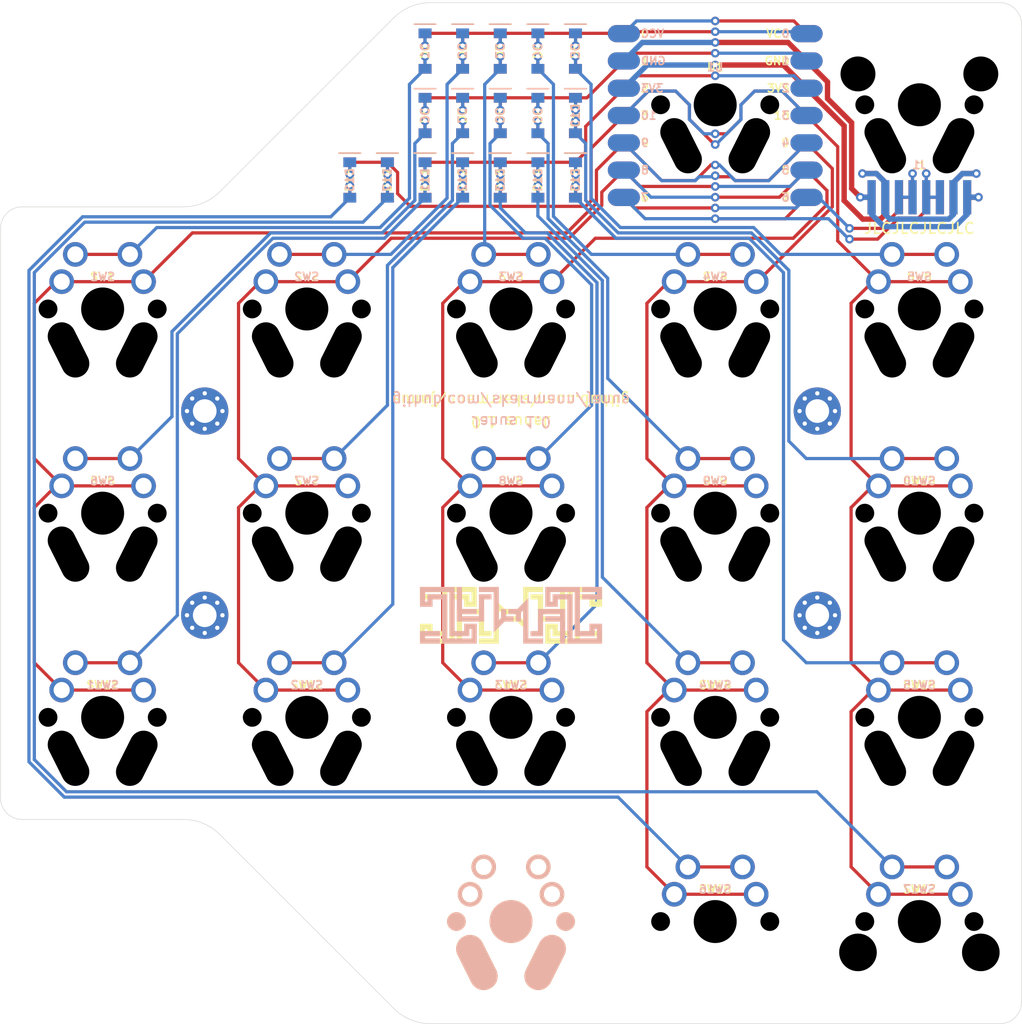
<source format=kicad_pcb>
(kicad_pcb (version 20211014) (generator pcbnew)
  (title_block (title "Janus") (date "2022-06-24") (rev "1.0") (company "skarrmann"))
  (layers (0 "F.Cu" signal) (31 "B.Cu" signal) (34 "B.Paste" user) (35 "F.Paste" user) (36 "B.SilkS" user "B.Silkscreen") (37 "F.SilkS" user "F.Silkscreen") (38 "B.Mask" user) (39 "F.Mask" user) (44 "Edge.Cuts" user))
  (net 0 "")
  (net 1 "Net-(D1-Pad2)")
  (net 2 "ROW1")
  (net 3 "Net-(D2-Pad2)")
  (net 4 "Net-(D3-Pad2)")
  (net 5 "Net-(D4-Pad2)")
  (net 6 "Net-(D5-Pad2)")
  (net 7 "Net-(D6-Pad2)")
  (net 8 "Net-(D7-Pad2)")
  (net 9 "ROW2")
  (net 10 "Net-(D8-Pad2)")
  (net 11 "Net-(D9-Pad2)")
  (net 12 "Net-(D10-Pad2)")
  (net 13 "Net-(D11-Pad2)")
  (net 14 "Net-(D12-Pad2)")
  (net 15 "Net-(D13-Pad2)")
  (net 16 "ROW3")
  (net 17 "Net-(D14-Pad2)")
  (net 18 "Net-(D15-Pad2)")
  (net 19 "Net-(D16-Pad2)")
  (net 20 "Net-(D17-Pad2)")
  (net 23 "ROW4")
  (net 26 "VCC")
  (net 27 "unconnected-(U1-Pad14)")
  (net 28 "GND")
  (net 29 "COL1")
  (net 30 "COL2")
  (net 31 "COL3")
  (net 32 "COL4")
  (net 33 "COL5")
  (net 34 "TX")
  (net 35 "RX")
  (footprint "janus-footprints:XIAO-RP2040_Reversible" (layer "F.Cu") (at 167.5 48)
    (fp_text reference "U1")
    (fp_text value "XIAO RP2040")
  )
  (footprint "janus-footprints:Mount_M2" (layer "F.Cu") (at 120 105)
    (fp_text reference "H3" hide)
    (fp_text value "Hole_Pad" hide)
  )
  (footprint "janus-footprints:Mount_M2" (layer "F.Cu") (at 177 105)
    (fp_text reference "H4" hide)
    (fp_text value "Hole_Pad" hide)
  )
  (footprint "janus-footprints:Mount_M2" (layer "F.Cu") (at 120 86)
    (fp_text reference "H1" hide)
    (fp_text value "Hole_Pad" hide)
  )
  (footprint "janus-footprints:Mount_M2" (layer "F.Cu") (at 177 86)
    (fp_text reference "H2" hide)
    (fp_text value "Hole_Pad" hide)
  )
  (footprint "janus-footprints:SW_MX_Reversible" (layer "F.Cu") (at 110.5 76.5)
    (fp_text reference "SW1")
    (fp_text value "SW_Push")
  )
  (footprint "janus-footprints:SW_MX_Reversible" (layer "F.Cu") (at 129.5 76.5)
    (fp_text reference "SW2")
    (fp_text value "SW_Push")
  )
  (footprint "janus-footprints:SW_MX_Reversible" (layer "F.Cu") (at 148.5 76.5)
    (fp_text reference "SW3")
    (fp_text value "SW_Push")
  )
  (footprint "janus-footprints:SW_MX_Reversible" (layer "F.Cu") (at 167.5 76.5)
    (fp_text reference "SW4")
    (fp_text value "SW_Push")
  )
  (footprint "janus-footprints:SW_MX_Reversible" (layer "F.Cu") (at 186.5 76.5)
    (fp_text reference "SW5")
    (fp_text value "SW_Push")
  )
  (footprint "janus-footprints:SW_MX_Reversible" (layer "F.Cu") (at 110.5 95.5)
    (fp_text reference "SW6")
    (fp_text value "SW_Push")
  )
  (footprint "janus-footprints:SW_MX_Reversible" (layer "F.Cu") (at 129.5 95.5)
    (fp_text reference "SW7")
    (fp_text value "SW_Push")
  )
  (footprint "janus-footprints:SW_MX_Reversible" (layer "F.Cu") (at 148.5 95.5)
    (fp_text reference "SW8")
    (fp_text value "SW_Push")
  )
  (footprint "janus-footprints:SW_MX_Reversible" (layer "F.Cu") (at 167.5 95.5)
    (fp_text reference "SW9")
    (fp_text value "SW_Push")
  )
  (footprint "janus-footprints:SW_MX_Reversible" (layer "F.Cu") (at 186.5 95.5)
    (fp_text reference "SW10")
    (fp_text value "SW_Push")
  )
  (footprint "janus-footprints:SW_MX_Reversible" (layer "F.Cu") (at 110.5 114.5)
    (fp_text reference "SW11")
    (fp_text value "SW_Push")
  )
  (footprint "janus-footprints:SW_MX_Reversible" (layer "F.Cu") (at 129.5 114.5)
    (fp_text reference "SW12")
    (fp_text value "SW_Push")
  )
  (footprint "janus-footprints:SW_MX_Reversible" (layer "F.Cu") (at 148.5 114.5)
    (fp_text reference "SW13")
    (fp_text value "SW_Push")
  )
  (footprint "janus-footprints:SW_MX_Reversible" (layer "F.Cu") (at 167.5 114.5)
    (fp_text reference "SW14")
    (fp_text value "SW_Push")
  )
  (footprint "janus-footprints:SW_MX_Reversible" (layer "F.Cu") (at 186.5 114.5)
    (fp_text reference "SW15")
    (fp_text value "SW_Push")
  )
  (footprint "janus-footprints:SW_MX_Reversible" (layer "F.Cu") (at 167.5 133.5)
    (fp_text reference "SW16")
    (fp_text value "SW_Push")
  )
  (footprint "janus-footprints:SW_MX_Reversible" (layer "F.Cu") (at 186.5 133.5)
    (fp_text reference "SW17")
    (fp_text value "SW_Push")
  )
  (footprint "janus-footprints:Logo_Janus" (layer "F.Cu") (at 148.5 105 -45)
    (fp_text reference "LOGO1" hide)
    (fp_text value "Logo-Bottom" hide)
  )
  (footprint "janus-footprints:Cutout_SW_MX_Full" (layer "F.Cu") (at 186.5 57.5 180)
    (fp_text reference "CUTOUT2" hide)
    (fp_text value "Cutout-MX_Full")
  )
  (footprint "janus-footprints:Cutout_SW_MX_Full" (layer "F.Cu") (at 167.5 57.5 180)
    (fp_text reference "CUTOUT1" hide)
    (fp_text value "Cutout-MX_Full")
  )
  (footprint "janus-footprints:Cutout_SW_MX_Pads" (layer "F.Cu") (at 129.5 114.5 180)
    (fp_text reference "CUTOUT14" hide)
    (fp_text value "Cutout")
  )
  (footprint "janus-footprints:Cutout_SW_MX_Pads" (layer "F.Cu") (at 167.5 76.5 180)
    (fp_text reference "CUTOUT6" hide)
    (fp_text value "Cutout-MX")
  )
  (footprint "janus-footprints:D_SOD-123_Reversible" (layer "F.Cu") (at 147.5 58.5 -90)
    (fp_text reference "D8")
    (fp_text value "D" hide)
  )
  (footprint "janus-footprints:Cutout_SW_MX_Pads" (layer "F.Cu") (at 129.5 95.5 180)
    (fp_text reference "CUTOUT9" hide)
    (fp_text value "Cutout-MX")
  )
  (footprint "janus-footprints:D_SOD-123_Reversible" (layer "F.Cu") (at 144 52.5 -90)
    (fp_text reference "D2")
    (fp_text value "D" hide)
  )
  (footprint "janus-footprints:D_SOD-123_Reversible" (layer "F.Cu") (at 151 52.5 -90)
    (fp_text reference "D4")
    (fp_text value "D" hide)
  )
  (footprint "janus-footprints:D_SOD-123_Reversible" (layer "F.Cu") (at 154.5 64.5 -90)
    (fp_text reference "D15")
    (fp_text value "D" hide)
  )
  (footprint "janus-footprints:Cutout_SW_MX_Pads" (layer "F.Cu") (at 129.5 76.5 180)
    (fp_text reference "CUTOUT4" hide)
    (fp_text value "Cutout-MX")
  )
  (footprint "janus-footprints:Cutout_8P8C_SMT" (layer "F.Cu") (at 186.5 124.9)
    (fp_text reference "CUTOUT18" hide)
    (fp_text value "Cutout-8P8C")
  )
  (footprint "janus-footprints:Cutout_SW_MX_Pads" (layer "F.Cu") (at 110.5 76.5 180)
    (fp_text reference "CUTOUT3" hide)
    (fp_text value "Cutout-MX")
  )
  (footprint "janus-footprints:Cutout_SW_MX_Pads" (layer "F.Cu") (at 110.5 114.5 180)
    (fp_text reference "CUTOUT13" hide)
    (fp_text value "Cutout-MX")
  )
  (footprint "janus-footprints:D_SOD-123_Reversible" (layer "F.Cu") (at 144 64.5 -90)
    (fp_text reference "D12")
    (fp_text value "D" hide)
  )
  (footprint "janus-footprints:D_SOD-123_Reversible" (layer "F.Cu") (at 133.5 64.5 -90)
    (fp_text reference "D16")
    (fp_text value "D" hide)
  )
  (footprint "janus-footprints:Cutout_SW_MX_Pads" (layer "F.Cu") (at 167.5 114.5 180)
    (fp_text reference "CUTOUT16" hide)
    (fp_text value "Cutout-MX")
  )
  (footprint "janus-footprints:Cutout_SW_MX_Pads" (layer "F.Cu") (at 167.5 95.5 180)
    (fp_text reference "CUTOUT11" hide)
    (fp_text value "Cutout-MX")
  )
  (footprint "janus-footprints:D_SOD-123_Reversible" (layer "F.Cu") (at 151 64.5 -90)
    (fp_text reference "D14")
    (fp_text value "D" hide)
  )
  (footprint "janus-footprints:D_SOD-123_Reversible" (layer "F.Cu") (at 151 58.5 -90)
    (fp_text reference "D9")
    (fp_text value "D" hide)
  )
  (footprint "janus-footprints:Cutout_SW_MX_Pads" (layer "F.Cu") (at 148.5 76.5 180)
    (fp_text reference "CUTOUT5" hide)
    (fp_text value "Cutout-MX")
  )
  (footprint "janus-footprints:D_SOD-123_Reversible" (layer "F.Cu") (at 154.5 58.5 -90)
    (fp_text reference "D10")
    (fp_text value "D" hide)
  )
  (footprint "janus-footprints:D_SOD-123_Reversible" (layer "F.Cu") (at 154.5 52.5 -90)
    (fp_text reference "D5")
    (fp_text value "D" hide)
  )
  (footprint "janus-footprints:8P8C_SMT_Double_Sided" (layer "F.Cu") (at 186.5 66.1 180)
    (fp_text reference "J1")
    (fp_text value "8P8C Double Sided")
  )
  (footprint "janus-footprints:D_SOD-123_Reversible" (layer "F.Cu") (at 147.5 52.5 -90)
    (fp_text reference "D3")
    (fp_text value "D" hide)
  )
  (footprint "janus-footprints:Cutout_SW_MX_Pads" (layer "F.Cu") (at 186.5 76.5 180)
    (fp_text reference "CUTOUT7" hide)
    (fp_text value "Cutout-MX")
  )
  (footprint "janus-footprints:D_SOD-123_Reversible" (layer "F.Cu") (at 140.5 52.5 -90)
    (fp_text reference "D1")
    (fp_text value "D" hide)
  )
  (footprint "janus-footprints:D_SOD-123_Reversible" (layer "F.Cu") (at 140.5 64.5 -90)
    (fp_text reference "D11")
    (fp_text value "D" hide)
  )
  (footprint "janus-footprints:D_SOD-123_Reversible" (layer "F.Cu") (at 147.5 64.5 -90)
    (fp_text reference "D13")
    (fp_text value "D" hide)
  )
  (footprint "janus-footprints:Cutout_SW_MX_Pads" (layer "F.Cu") (at 148.5 114.5 180)
    (fp_text reference "CUTOUT15" hide)
    (fp_text value "Cutout-MX")
  )
  (footprint "janus-footprints:D_SOD-123_Reversible" (layer "F.Cu") (at 140.5 58.5 -90)
    (fp_text reference "D6")
    (fp_text value "D" hide)
  )
  (footprint "janus-footprints:D_SOD-123_Reversible" (layer "F.Cu") (at 137 64.5 -90)
    (fp_text reference "D17")
    (fp_text value "D" hide)
  )
  (footprint "janus-footprints:Cutout_SW_MX_Pads" (layer "F.Cu") (at 186.5 95.5 180)
    (fp_text reference "CUTOUT12" hide)
    (fp_text value "Cutout-MX")
  )
  (footprint "janus-footprints:Cutout_SW_MX_Pads" (layer "F.Cu") (at 148.5 95.5 180)
    (fp_text reference "CUTOUT10" hide)
    (fp_text value "Cutout-MX")
  )
  (footprint "janus-footprints:Logo_Janus_Footprint" (layer "F.Cu") (at 148.5 133.5)
    (fp_text reference "LOGO3" hide)
    (fp_text value "Footprint-Top" hide)
  )
  (footprint "janus-footprints:Cutout_SW_MX_Pads" (layer "F.Cu") (at 110.5 95.5 180)
    (fp_text reference "CUTOUT8" hide)
    (fp_text value "Cutout-MX")
  )
  (footprint "janus-footprints:D_SOD-123_Reversible" (layer "F.Cu") (at 144 58.5 -90)
    (fp_text reference "D7")
    (fp_text value "D" hide)
  )
  (footprint "janus-footprints:Cutout_SW_MX_Pads" (layer "F.Cu") (at 186.5 114.5 180)
    (fp_text reference "CUTOUT17" hide)
    (fp_text value "Cutout-MX")
  )
  (footprint "janus-footprints:Logo_Janus" (layer "B.Cu") (at 148.5 105 45)
    (fp_text reference "LOGO2" hide)
    (fp_text value "Logo-Top" hide)
  )
  (footprint "janus-footprints:Logo_Janus_Footprint" (layer "B.Cu") (at 148.5 133.5 180)
    (fp_text reference "LOGO4" hide)
    (fp_text value "Footprint-Bottom" hide)
  )
  (gr_line (start 101 122) (end 101 69) (layer "Edge.Cuts") (width 0.05))
  (gr_line (start 141 48) (end 194 48) (layer "Edge.Cuts") (width 0.05))
  (gr_line (start 121.414214 125.414214) (end 137.585786 141.585786) (layer "Edge.Cuts") (width 0.05))
  (gr_line (start 196 50) (end 196 141) (layer "Edge.Cuts") (width 0.05))
  (gr_arc (start 141 143) (mid 139.152241 142.632457) (end 137.585786 141.585786) (layer "Edge.Cuts") (width 0.05))
  (gr_arc (start 137.585786 49.414214) (mid 139.152241 48.367542) (end 141 48) (layer "Edge.Cuts") (width 0.05))
  (gr_line (start 103 124) (end 118 124) (layer "Edge.Cuts") (width 0.05))
  (gr_arc (start 194 48) (mid 195.414214 48.585786) (end 196 50) (layer "Edge.Cuts") (width 0.05))
  (gr_line (start 103 67) (end 118 67) (layer "Edge.Cuts") (width 0.05))
  (gr_line (start 137.585786 49.414214) (end 121.414214 65.585786) (layer "Edge.Cuts") (width 0.05))
  (gr_arc (start 196 141) (mid 195.414214 142.414214) (end 194 143) (layer "Edge.Cuts") (width 0.05))
  (gr_line (start 194 143) (end 141 143) (layer "Edge.Cuts") (width 0.05))
  (gr_arc (start 103 124) (mid 101.585786 123.414214) (end 101 122) (layer "Edge.Cuts") (width 0.05))
  (gr_arc (start 118 124) (mid 119.847759 124.367543) (end 121.414214 125.414214) (layer "Edge.Cuts") (width 0.05))
  (gr_arc (start 121.414214 65.585786) (mid 119.847759 66.632457) (end 118 67) (layer "Edge.Cuts") (width 0.05))
  (gr_arc (start 101 69) (mid 101.585786 67.585786) (end 103 67) (layer "Edge.Cuts") (width 0.05))
  (gr_text "Janus 1.0" (at 148.5 87 180) (layer "B.SilkS") (effects (font (size 1 1)) (justify mirror)))
  (gr_text "github.com/skarrmann/janus" (at 148.5 85 -180) (layer "B.SilkS") (effects (font (size 1 1)) (justify mirror)))
  (gr_text "JLCJLCJLCJLC" (at 186.5 69) (layer "F.SilkS") (effects (font (size 1 1))))
  (gr_text "github.com/skarrmann/janus" (at 148.5 85 180) (layer "F.SilkS") (effects (font (size 1 1))))
  (gr_text "Janus 1.0" (at 148.5 87 -180) (layer "F.SilkS") (effects (font (size 1 1))))
  (segment (start 107.96 71.42) (end 113.04 71.42) (width 0.3) (layer "F.Cu") (net 1))
  (segment (start 140.5 54.15) (end 140.5 53) (width 0.3) (layer "F.Cu") (net 1))
  (via (at 140.5 53) (size 0.8) (drill 0.4) (layers "F.Cu" "B.Cu") (net 1))
  (segment (start 139.050969 66.186175) (end 136.315695 68.921449) (width 0.3) (layer "B.Cu") (net 1))
  (segment (start 139.050969 55.599031) (end 139.050969 66.186175) (width 0.3) (layer "B.Cu") (net 1))
  (segment (start 136.315695 68.921449) (end 115.538551 68.921449) (width 0.3) (layer "B.Cu") (net 1))
  (segment (start 140.5 54.15) (end 139.050969 55.599031) (width 0.3) (layer "B.Cu") (net 1))
  (segment (start 115.538551 68.921449) (end 113.04 71.42) (width 0.3) (layer "B.Cu") (net 1))
  (segment (start 140.5 53) (end 140.5 54.15) (width 0.3) (layer "B.Cu") (net 1))
  (segment (start 144 50.85) (end 144 52) (width 0.3) (layer "F.Cu") (net 2))
  (segment (start 154.5 50.85) (end 154.5 52) (width 0.3) (layer "F.Cu") (net 2))
  (segment (start 159.18 50.7) (end 159 50.88) (width 0.3) (layer "F.Cu") (net 2))
  (segment (start 147.5 50.85) (end 147.5 52) (width 0.3) (layer "F.Cu") (net 2))
  (segment (start 140.5 50.85) (end 140.5 52) (width 0.3) (layer "F.Cu") (net 2))
  (segment (start 167.5 50.7) (end 159.18 50.7) (width 0.3) (layer "F.Cu") (net 2))
  (segment (start 159 50.88) (end 158.97 50.85) (width 0.3) (layer "F.Cu") (net 2))
  (segment (start 158.97 50.85) (end 154.5 50.85) (width 0.3) (layer "F.Cu") (net 2))
  (segment (start 154.5 50.85) (end 140.5 50.85) (width 0.3) (layer "F.Cu") (net 2))
  (segment (start 151 50.85) (end 151 52) (width 0.3) (layer "F.Cu") (net 2))
  (via (at 144 52) (size 0.8) (drill 0.4) (layers "F.Cu" "B.Cu") (net 2))
  (via (at 154.5 52) (size 0.8) (drill 0.4) (layers "F.Cu" "B.Cu") (net 2))
  (via (at 167.5 50.7) (size 0.8) (drill 0.4) (layers "F.Cu" "B.Cu") (net 2))
  (via (at 151 52) (size 0.8) (drill 0.4) (layers "F.Cu" "B.Cu") (net 2))
  (via (at 140.5 52) (size 0.8) (drill 0.4) (layers "F.Cu" "B.Cu") (net 2))
  (via (at 147.5 52) (size 0.8) (drill 0.4) (layers "F.Cu" "B.Cu") (net 2))
  (segment (start 175.82 50.7) (end 176 50.88) (width 0.3) (layer "B.Cu") (net 2))
  (segment (start 167.5 50.7) (end 175.82 50.7) (width 0.3) (layer "B.Cu") (net 2))
  (segment (start 144 52) (end 144 50.85) (width 0.3) (layer "B.Cu") (net 2))
  (segment (start 151 52) (end 151 50.85) (width 0.3) (layer "B.Cu") (net 2))
  (segment (start 140.5 52) (end 140.5 50.85) (width 0.3) (layer "B.Cu") (net 2))
  (segment (start 154.5 52) (end 154.5 50.85) (width 0.3) (layer "B.Cu") (net 2))
  (segment (start 147.5 52) (end 147.5 50.85) (width 0.3) (layer "B.Cu") (net 2))
  (segment (start 126.96 71.42) (end 132.04 71.42) (width 0.3) (layer "F.Cu") (net 3))
  (segment (start 144 54.15) (end 144 53) (width 0.3) (layer "F.Cu") (net 3))
  (via (at 144 53) (size 0.8) (drill 0.4) (layers "F.Cu" "B.Cu") (net 3))
  (segment (start 137.317144 71.42) (end 132.04 71.42) (width 0.3) (layer "B.Cu") (net 3))
  (segment (start 142.55097 66.186174) (end 137.317144 71.42) (width 0.3) (layer "B.Cu") (net 3))
  (segment (start 142.55097 55.59903) (end 142.55097 66.186174) (width 0.3) (layer "B.Cu") (net 3))
  (segment (start 144 53) (end 144 54.15) (width 0.3) (layer "B.Cu") (net 3))
  (segment (start 144 54.15) (end 142.55097 55.59903) (width 0.3) (layer "B.Cu") (net 3))
  (segment (start 145.96 71.42) (end 151.04 71.42) (width 0.3) (layer "F.Cu") (net 4))
  (segment (start 147.5 54.15) (end 147.5 53) (width 0.3) (layer "F.Cu") (net 4))
  (via (at 147.5 53) (size 0.8) (drill 0.4) (layers "F.Cu" "B.Cu") (net 4))
  (segment (start 147.5 53) (end 147.5 54.15) (width 0.3) (layer "B.Cu") (net 4))
  (segment (start 146.05097 71.32903) (end 145.96 71.42) (width 0.3) (layer "B.Cu") (net 4))
  (segment (start 147.5 54.15) (end 146.05097 55.59903) (width 0.3) (layer "B.Cu") (net 4))
  (segment (start 146.05097 55.59903) (end 146.05097 71.32903) (width 0.3) (layer "B.Cu") (net 4))
  (segment (start 164.96 71.42) (end 170.04 71.42) (width 0.3) (layer "F.Cu") (net 5))
  (segment (start 151 54.15) (end 151 53) (width 0.3) (layer "F.Cu") (net 5))
  (via (at 151 53) (size 0.8) (drill 0.4) (layers "F.Cu" "B.Cu") (net 5))
  (segment (start 151 53) (end 151 54.15) (width 0.3) (layer "B.Cu") (net 5))
  (segment (start 155.986341 71.42) (end 164.96 71.42) (width 0.3) (layer "B.Cu") (net 5))
  (segment (start 151 54.15) (end 152.44903 55.59903) (width 0.3) (layer "B.Cu") (net 5))
  (segment (start 152.44903 67.882689) (end 155.986341 71.42) (width 0.3) (layer "B.Cu") (net 5))
  (segment (start 152.44903 55.59903) (end 152.44903 67.882689) (width 0.3) (layer "B.Cu") (net 5))
  (segment (start 183.96 71.42) (end 189.04 71.42) (width 0.3) (layer "F.Cu") (net 6))
  (segment (start 154.5 54.15) (end 154.5 53) (width 0.3) (layer "F.Cu") (net 6))
  (via (at 154.5 53) (size 0.8) (drill 0.4) (layers "F.Cu" "B.Cu") (net 6))
  (segment (start 171.074934 68.921449) (end 173.573485 71.42) (width 0.3) (layer "B.Cu") (net 6))
  (segment (start 158.677389 68.921449) (end 171.074934 68.921449) (width 0.3) (layer "B.Cu") (net 6))
  (segment (start 173.573485 71.42) (end 183.96 71.42) (width 0.3) (layer "B.Cu") (net 6))
  (segment (start 154.5 53) (end 154.5 54.15) (width 0.3) (layer "B.Cu") (net 6))
  (segment (start 155.949031 55.599031) (end 155.949031 66.193091) (width 0.3) (layer "B.Cu") (net 6))
  (segment (start 154.5 54.15) (end 155.949031 55.599031) (width 0.3) (layer "B.Cu") (net 6))
  (segment (start 155.949031 66.193091) (end 158.677389 68.921449) (width 0.3) (layer "B.Cu") (net 6))
  (segment (start 107.96 90.42) (end 113.04 90.42) (width 0.3) (layer "F.Cu") (net 7))
  (segment (start 140.5 60.15) (end 140.5 59) (width 0.3) (layer "F.Cu") (net 7))
  (via (at 140.5 59) (size 0.8) (drill 0.4) (layers "F.Cu" "B.Cu") (net 7))
  (segment (start 116.950969 86.509031) (end 113.04 90.42) (width 0.3) (layer "B.Cu") (net 7))
  (segment (start 139.550489 61.099511) (end 139.550489 66.393083) (width 0.3) (layer "B.Cu") (net 7))
  (segment (start 116.950969 78.601974) (end 116.950969 86.509031) (width 0.3) (layer "B.Cu") (net 7))
  (segment (start 139.550489 66.393083) (end 136.522603 69.420969) (width 0.3) (layer "B.Cu") (net 7))
  (segment (start 140.5 60.15) (end 139.550489 61.099511) (width 0.3) (layer "B.Cu") (net 7))
  (segment (start 136.522603 69.420969) (end 126.131974 69.420969) (width 0.3) (layer "B.Cu") (net 7))
  (segment (start 126.131974 69.420969) (end 116.950969 78.601974) (width 0.3) (layer "B.Cu") (net 7))
  (segment (start 140.5 59) (end 140.5 60.15) (width 0.3) (layer "B.Cu") (net 7))
  (segment (start 144 60.15) (end 144 59) (width 0.3) (layer "F.Cu") (net 8))
  (segment (start 126.96 90.42) (end 132.04 90.42) (width 0.3) (layer "F.Cu") (net 8))
  (via (at 144 59) (size 0.8) (drill 0.4) (layers "F.Cu" "B.Cu") (net 8))
  (segment (start 144 59) (end 144 60.15) (width 0.3) (layer "B.Cu") (net 8))
  (segment (start 137 85.46) (end 132.04 90.42) (width 0.3) (layer "B.Cu") (net 8))
  (segment (start 143.050489 66.393083) (end 137.000001 72.443571) (width 0.3) (layer "B.Cu") (net 8))
  (segment (start 137.000001 72.443571) (end 137 85.46) (width 0.3) (layer "B.Cu") (net 8))
  (segment (start 143.050489 61.099511) (end 143.050489 66.393083) (width 0.3) (layer "B.Cu") (net 8))
  (segment (start 144 60.15) (end 143.050489 61.099511) (width 0.3) (layer "B.Cu") (net 8))
  (segment (start 147.5 56.85) (end 147.5 58) (width 0.3) (layer "F.Cu") (net 9))
  (segment (start 155.57 56.85) (end 154.5 56.85) (width 0.3) (layer "F.Cu") (net 9))
  (segment (start 159 53.42) (end 159.72 52.7) (width 0.3) (layer "F.Cu") (net 9))
  (segment (start 154.5 56.85) (end 154.5 58) (width 0.3) (layer "F.Cu") (net 9))
  (segment (start 151 56.85) (end 151 58) (width 0.3) (layer "F.Cu") (net 9))
  (segment (start 154.5 56.85) (end 140.5 56.85) (width 0.3) (layer "F.Cu") (net 9))
  (segment (start 140.5 56.85) (end 140.5 58) (width 0.3) (layer "F.Cu") (net 9))
  (segment (start 159.72 52.7) (end 167.5 52.7) (width 0.3) (layer "F.Cu") (net 9))
  (segment (start 159 53.42) (end 155.57 56.85) (width 0.3) (layer "F.Cu") (net 9))
  (segment (start 144 56.85) (end 144 58) (width 0.3) (layer "F.Cu") (net 9))
  (via (at 147.5 58) (size 0.8) (drill 0.4) (layers "F.Cu" "B.Cu") (net 9))
  (via (at 167.5 52.7) (size 0.8) (drill 0.4) (layers "F.Cu" "B.Cu") (net 9))
  (via (at 144 58) (size 0.8) (drill 0.4) (layers "F.Cu" "B.Cu") (net 9))
  (via (at 151 58) (size 0.8) (drill 0.4) (layers "F.Cu" "B.Cu") (net 9))
  (via (at 154.5 58) (size 0.8) (drill 0.4) (layers "F.Cu" "B.Cu") (net 9))
  (via (at 140.5 58) (size 0.8) (drill 0.4) (layers "F.Cu" "B.Cu") (net 9))
  (segment (start 140.5 58) (end 140.5 56.85) (width 0.3) (layer "B.Cu") (net 9))
  (segment (start 167.5 52.7) (end 175.28 52.7) (width 0.3) (layer "B.Cu") (net 9))
  (segment (start 151 58) (end 151 56.85) (width 0.3) (layer "B.Cu") (net 9))
  (segment (start 175.28 52.7) (end 176 53.42) (width 0.3) (layer "B.Cu") (net 9))
  (segment (start 144 58) (end 144 56.85) (width 0.3) (layer "B.Cu") (net 9))
  (segment (start 154.5 58) (end 154.5 56.85) (width 0.3) (layer "B.Cu") (net 9))
  (segment (start 147.5 58) (end 147.5 56.85) (width 0.3) (layer "B.Cu") (net 9))
  (segment (start 145.96 90.42) (end 151.04 90.42) (width 0.3) (layer "F.Cu") (net 10))
  (segment (start 147.5 60.15) (end 147.5 59) (width 0.3) (layer "F.Cu") (net 10))
  (via (at 147.5 59) (size 0.8) (drill 0.4) (layers "F.Cu" "B.Cu") (net 10))
  (segment (start 146.550489 61.099511) (end 146.550489 66.850489) (width 0.3) (layer "B.Cu") (net 10))
  (segment (start 147.5 60.15) (end 146.550489 61.099511) (width 0.3) (layer "B.Cu") (net 10))
  (segment (start 147.5 59) (end 147.5 60.15) (width 0.3) (layer "B.Cu") (net 10))
  (segment (start 149.620489 69.920489) (end 151.661119 69.920489) (width 0.3) (layer "B.Cu") (net 10))
  (segment (start 146.550489 66.850489) (end 149.620489 69.920489) (width 0.3) (layer "B.Cu") (net 10))
  (segment (start 156 85.46) (end 151.04 90.42) (width 0.3) (layer "B.Cu") (net 10))
  (segment (start 151.661119 69.920489) (end 156 74.25937) (width 0.3) (layer "B.Cu") (net 10))
  (segment (start 156 74.25937) (end 156 85.46) (width 0.3) (layer "B.Cu") (net 10))
  (segment (start 164.96 90.42) (end 170.04 90.42) (width 0.3) (layer "F.Cu") (net 11))
  (segment (start 151 60.15) (end 151 59) (width 0.3) (layer "F.Cu") (net 11))
  (via (at 151 59) (size 0.8) (drill 0.4) (layers "F.Cu" "B.Cu") (net 11))
  (segment (start 151 59) (end 151 60.15) (width 0.3) (layer "B.Cu") (net 11))
  (segment (start 157.49904 73.639128) (end 157.49904 82.95904) (width 0.3) (layer "B.Cu") (net 11))
  (segment (start 151.949511 61.099511) (end 151.949511 68.089598) (width 0.3) (layer "B.Cu") (net 11))
  (segment (start 157.49904 82.95904) (end 164.96 90.42) (width 0.3) (layer "B.Cu") (net 11))
  (segment (start 151.949511 68.089598) (end 157.49904 73.639128) (width 0.3) (layer "B.Cu") (net 11))
  (segment (start 151 60.15) (end 151.949511 61.099511) (width 0.3) (layer "B.Cu") (net 11))
  (segment (start 183.96 90.42) (end 189.04 90.42) (width 0.3) (layer "F.Cu") (net 12))
  (segment (start 154.5 60.15) (end 154.5 59) (width 0.3) (layer "F.Cu") (net 12))
  (via (at 154.5 59) (size 0.8) (drill 0.4) (layers "F.Cu" "B.Cu") (net 12))
  (segment (start 158.470481 69.420969) (end 155.449511 66.399999) (width 0.3) (layer "B.Cu") (net 12))
  (segment (start 154.5 59) (end 154.5 60.15) (width 0.3) (layer "B.Cu") (net 12))
  (segment (start 155.449511 61.099511) (end 154.5 60.15) (width 0.3) (layer "B.Cu") (net 12))
  (segment (start 174.354041 88.794041) (end 174.354041 72.906984) (width 0.3) (layer "B.Cu") (net 12))
  (segment (start 170.868026 69.420969) (end 158.470481 69.420969) (width 0.3) (layer "B.Cu") (net 12))
  (segment (start 175.98 90.42) (end 174.354041 88.794041) (width 0.3) (layer "B.Cu") (net 12))
  (segment (start 155.449511 66.399999) (end 155.449511 61.099511) (width 0.3) (layer "B.Cu") (net 12))
  (segment (start 183.96 90.42) (end 175.98 90.42) (width 0.3) (layer "B.Cu") (net 12))
  (segment (start 174.354041 72.906984) (end 170.868026 69.420969) (width 0.3) (layer "B.Cu") (net 12))
  (segment (start 107.96 109.42) (end 113.04 109.42) (width 0.3) (layer "F.Cu") (net 13))
  (segment (start 140.5 66.15) (end 140.5 65) (width 0.3) (layer "F.Cu") (net 13))
  (via (at 140.5 65) (size 0.8) (drill 0.4) (layers "F.Cu" "B.Cu") (net 13))
  (segment (start 126.338881 69.920489) (end 117.450489 78.808881) (width 0.3) (layer "B.Cu") (net 13))
  (segment (start 140.5 66.15) (end 136.729511 69.920489) (width 0.3) (layer "B.Cu") (net 13))
  (segment (start 140.5 65) (end 140.5 66.15) (width 0.3) (layer "B.Cu") (net 13))
  (segment (start 117.450489 78.808881) (end 117.450489 105.009511) (width 0.3) (layer "B.Cu") (net 13))
  (segment (start 136.729511 69.920489) (end 126.338881 69.920489) (width 0.3) (layer "B.Cu") (net 13))
  (segment (start 117.450489 105.009511) (end 113.04 109.42) (width 0.3) (layer "B.Cu") (net 13))
  (segment (start 126.96 109.42) (end 132.04 109.42) (width 0.3) (layer "F.Cu") (net 14))
  (segment (start 144 66.15) (end 144 65) (width 0.3) (layer "F.Cu") (net 14))
  (via (at 144 65) (size 0.8) (drill 0.4) (layers "F.Cu" "B.Cu") (net 14))
  (segment (start 144 66.15) (end 137.49952 72.65048) (width 0.3) (layer "B.Cu") (net 14))
  (segment (start 137.49952 72.65048) (end 137.49952 103.96048) (width 0.3) (layer "B.Cu") (net 14))
  (segment (start 137.49952 103.96048) (end 132.04 109.42) (width 0.3) (layer "B.Cu") (net 14))
  (segment (start 144 65) (end 144 66.15) (width 0.3) (layer "B.Cu") (net 14))
  (segment (start 145.96 109.42) (end 151.04 109.42) (width 0.3) (layer "F.Cu") (net 15))
  (segment (start 147.5 66.15) (end 147.5 65) (width 0.3) (layer "F.Cu") (net 15))
  (via (at 147.5 65) (size 0.8) (drill 0.4) (layers "F.Cu" "B.Cu") (net 15))
  (segment (start 151.868028 69.42097) (end 156.5 74.052942) (width 0.3) (layer "B.Cu") (net 15))
  (segment (start 156.5 103.96) (end 151.04 109.42) (width 0.3) (layer "B.Cu") (net 15))
  (segment (start 156.5 74.052942) (end 156.5 103.96) (width 0.3) (layer "B.Cu") (net 15))
  (segment (start 147.5 67.093572) (end 149.827397 69.420969) (width 0.3) (layer "B.Cu") (net 15))
  (segment (start 149.827397 69.420969) (end 151.868028 69.42097) (width 0.3) (layer "B.Cu") (net 15))
  (segment (start 147.5 65) (end 147.5 66.15) (width 0.3) (layer "B.Cu") (net 15))
  (segment (start 147.5 66.15) (end 147.5 67.093572) (width 0.3) (layer "B.Cu") (net 15))
  (segment (start 155.449511 59.510489) (end 155.449511 61.900489) (width 0.3) (layer "F.Cu") (net 16))
  (segment (start 151 62.85) (end 151 64) (width 0.3) (layer "F.Cu") (net 16))
  (segment (start 154.5 62.85) (end 140.5 62.85) (width 0.3) (layer "F.Cu") (net 16))
  (segment (start 160.16 54.8) (end 159 55.96) (width 0.3) (layer "F.Cu") (net 16))
  (segment (start 159 55.96) (end 155.449511 59.510489) (width 0.3) (layer "F.Cu") (net 16))
  (segment (start 147.5 62.85) (end 147.5 64) (width 0.3) (layer "F.Cu") (net 16))
  (segment (start 144 62.85) (end 144 64) (width 0.3) (layer "F.Cu") (net 16))
  (segment (start 155.449511 61.900489) (end 154.5 62.85) (width 0.3) (layer "F.Cu") (net 16))
  (segment (start 167.5 54.8) (end 160.16 54.8) (width 0.3) (layer "F.Cu") (net 16))
  (segment (start 154.5 62.85) (end 154.5 64) (width 0.3) (layer "F.Cu") (net 16))
  (segment (start 140.5 62.85) (end 140.5 64) (width 0.3) (layer "F.Cu") (net 16))
  (via (at 167.5 54.8) (size 0.8) (drill 0.4) (layers "F.Cu" "B.Cu") (net 16))
  (via (at 154.5 64) (size 0.8) (drill 0.4) (layers "F.Cu" "B.Cu") (net 16))
  (via (at 144 64) (size 0.8) (drill 0.4) (layers "F.Cu" "B.Cu") (net 16))
  (via (at 147.5 64) (size 0.8) (drill 0.4) (layers "F.Cu" "B.Cu") (net 16))
  (via (at 151 64) (size 0.8) (drill 0.4) (layers "F.Cu" "B.Cu") (net 16))
  (via (at 140.5 64) (size 0.8) (drill 0.4) (layers "F.Cu" "B.Cu") (net 16))
  (segment (start 167.5 54.8) (end 174.84 54.8) (width 0.3) (layer "B.Cu") (net 16))
  (segment (start 140.5 64) (end 140.5 62.85) (width 0.3) (layer "B.Cu") (net 16))
  (segment (start 144 64) (end 144 62.85) (width 0.3) (layer "B.Cu") (net 16))
  (segment (start 174.84 54.8) (end 176 55.96) (width 0.3) (layer "B.Cu") (net 16))
  (segment (start 151 64) (end 151 62.85) (width 0.3) (layer "B.Cu") (net 16))
  (segment (start 154.5 64) (end 154.5 62.85) (width 0.3) (layer "B.Cu") (net 16))
  (segment (start 147.5 64) (end 147.5 62.85) (width 0.3) (layer "B.Cu") (net 16))
  (segment (start 151 66.15) (end 151 65) (width 0.3) (layer "F.Cu") (net 17))
  (segment (start 164.96 109.42) (end 170.04 109.42) (width 0.3) (layer "F.Cu") (net 17))
  (via (at 151 65) (size 0.8) (drill 0.4) (layers "F.Cu" "B.Cu") (net 17))
  (segment (start 151 65) (end 151 66.15) (width 0.3) (layer "B.Cu") (net 17))
  (segment (start 156.99952 101.45952) (end 164.96 109.42) (width 0.3) (layer "B.Cu") (net 17))
  (segment (start 151 66.15) (end 151 67.846514) (width 0.3) (layer "B.Cu") (net 17))
  (segment (start 156.99952 73.846035) (end 156.99952 101.45952) (width 0.3) (layer "B.Cu") (net 17))
  (segment (start 152.367548 69.214063) (end 156.99952 73.846035) (width 0.3) (layer "B.Cu") (net 17))
  (segment (start 151 67.846514) (end 152.367548 69.214063) (width 0.3) (layer "B.Cu") (net 17))
  (segment (start 183.96 109.42) (end 189.04 109.42) (width 0.3) (layer "F.Cu") (net 18))
  (segment (start 154.5 66.15) (end 154.5 65) (width 0.3) (layer "F.Cu") (net 18))
  (via (at 154.5 65) (size 0.8) (drill 0.4) (layers "F.Cu" "B.Cu") (net 18))
  (segment (start 154.5 65) (end 154.5 66.15) (width 0.3) (layer "B.Cu") (net 18))
  (segment (start 173.854521 107.294521) (end 175.98 109.42) (width 0.3) (layer "B.Cu") (net 18))
  (segment (start 173.854521 73.113891) (end 173.854521 107.294521) (width 0.3) (layer "B.Cu") (net 18))
  (segment (start 170.661119 69.920489) (end 173.854521 73.113891) (width 0.3) (layer "B.Cu") (net 18))
  (segment (start 175.98 109.42) (end 183.96 109.42) (width 0.3) (layer "B.Cu") (net 18))
  (segment (start 154.5 66.15) (end 154.5 66.156915) (width 0.3) (layer "B.Cu") (net 18))
  (segment (start 154.5 66.156915) (end 158.263574 69.920489) (width 0.3) (layer "B.Cu") (net 18))
  (segment (start 158.263574 69.920489) (end 170.661119 69.920489) (width 0.3) (layer "B.Cu") (net 18))
  (segment (start 133.5 66.15) (end 133.5 65) (width 0.3) (layer "F.Cu") (net 19))
  (segment (start 164.96 128.42) (end 170.04 128.42) (width 0.3) (layer "F.Cu") (net 19))
  (via (at 133.5 65) (size 0.8) (drill 0.4) (layers "F.Cu" "B.Cu") (net 19))
  (segment (start 103.645959 72.906984) (end 103.64596 118.637547) (width 0.3) (layer "B.Cu") (net 19))
  (segment (start 131.727591 67.922409) (end 108.630532 67.92241) (width 0.3) (layer "B.Cu") (net 19))
  (segment (start 103.64596 118.637547) (end 106.930853 121.92244) (width 0.3) (layer "B.Cu") (net 19))
  (segment (start 108.630532 67.92241) (end 103.645959 72.906984) (width 0.3) (layer "B.Cu") (net 19))
  (segment (start 133.5 65) (end 133.5 66.15) (width 0.3) (layer "B.Cu") (net 19))
  (segment (start 133.5 66.15) (end 131.727591 67.922409) (width 0.3) (layer "B.Cu") (net 19))
  (segment (start 158.46244 121.92244) (end 164.96 128.42) (width 0.3) (layer "B.Cu") (net 19))
  (segment (start 106.930853 121.92244) (end 158.46244 121.92244) (width 0.3) (layer "B.Cu") (net 19))
  (segment (start 137 66.15) (end 137 65) (width 0.3) (layer "F.Cu") (net 20))
  (segment (start 183.96 128.42) (end 189.04 128.42) (width 0.3) (layer "F.Cu") (net 20))
  (via (at 137 65) (size 0.8) (drill 0.4) (layers "F.Cu" "B.Cu") (net 20))
  (segment (start 137 65) (end 137 66.15) (width 0.3) (layer "B.Cu") (net 20))
  (segment (start 104.145479 118.430638) (end 104.145479 73.113891) (width 0.3) (layer "B.Cu") (net 20))
  (segment (start 104.145479 73.113891) (end 108.837441 68.421929) (width 0.3) (layer "B.Cu") (net 20))
  (segment (start 108.837441 68.421929) (end 134.728071 68.421929) (width 0.3) (layer "B.Cu") (net 20))
  (segment (start 107.13776 121.42292) (end 104.145479 118.430638) (width 0.3) (layer "B.Cu") (net 20))
  (segment (start 183.96 128.42) (end 176.96292 121.42292) (width 0.3) (layer "B.Cu") (net 20))
  (segment (start 176.96292 121.42292) (end 107.13776 121.42292) (width 0.3) (layer "B.Cu") (net 20))
  (segment (start 134.728071 68.421929) (end 137 66.15) (width 0.3) (layer "B.Cu") (net 20))
  (segment (start 133.5 62.85) (end 133.5 64) (width 0.3) (layer "F.Cu") (net 23))
  (segment (start 139.129022 66.949511) (end 155.449511 66.949511) (width 0.3) (layer "F.Cu") (net 23))
  (segment (start 163.825479 56.225479) (end 165.100479 57.500479) (width 0.3) (layer "F.Cu") (net 23))
  (segment (start 155.949031 61.550969) (end 159 58.5) (width 0.3) (layer "F.Cu") (net 23))
  (segment (start 155.449511 66.949511) (end 155.949031 66.449991) (width 0.3) (layer "F.Cu") (net 23))
  (segment (start 161.274521 56.225479) (end 163.825479 56.225479) (width 0.3) (layer "F.Cu") (net 23))
  (segment (start 155.949031 66.449991) (end 155.949031 61.550969) (width 0.3) (layer "F.Cu") (net 23))
  (segment (start 137.949511 65.77) (end 139.129022 66.949511) (width 0.3) (layer "F.Cu") (net 23))
  (segment (start 165.100479 57.500479) (end 165.100479 58.860449) (width 0.3) (layer "F.Cu") (net 23))
  (segment (start 137 62.85) (end 133.5 62.85) (width 0.3) (layer "F.Cu") (net 23))
  (segment (start 159 58.5) (end 161.274521 56.225479) (width 0.3) (layer "F.Cu") (net 23))
  (segment (start 165.100479 58.860449) (end 167.44003 61.2) (width 0.3) (layer "F.Cu") (net 23))
  (segment (start 167.44003 61.2) (end 167.5 61.2) (width 0.3) (layer "F.Cu") (net 23))
  (segment (start 137.949511 63.799511) (end 137.949511 65.77) (width 0.3) (layer "F.Cu") (net 23))
  (segment (start 137 62.85) (end 137.949511 63.799511) (width 0.3) (layer "F.Cu") (net 23))
  (segment (start 137 62.85) (end 137 64) (width 0.3) (layer "F.Cu") (net 23))
  (via (at 133.5 64) (size 0.8) (drill 0.4) (layers "F.Cu" "B.Cu") (net 23))
  (via (at 167.5 61.2) (size 0.8) (drill 0.4) (layers "F.Cu" "B.Cu") (net 23))
  (via (at 137 64) (size 0.8) (drill 0.4) (layers "F.Cu" "B.Cu") (net 23))
  (segment (start 133.5 64) (end 133.5 62.85) (width 0.3) (layer "B.Cu") (net 23))
  (segment (start 137 64) (end 137 62.85) (width 0.3) (layer "B.Cu") (net 23))
  (segment (start 169.899521 57.500479) (end 169.899521 58.860449) (width 0.3) (layer "B.Cu") (net 23))
  (segment (start 171.174521 56.225479) (end 169.899521 57.500479) (width 0.3) (layer "B.Cu") (net 23))
  (segment (start 176 58.5) (end 173.725479 56.225479) (width 0.3) (layer "B.Cu") (net 23))
  (segment (start 173.725479 56.225479) (end 171.174521 56.225479) (width 0.3) (layer "B.Cu") (net 23))
  (segment (start 169.899521 58.860449) (end 167.55997 61.2) (width 0.3) (layer "B.Cu") (net 23))
  (segment (start 167.55997 61.2) (end 167.5 61.2) (width 0.3) (layer "B.Cu") (net 23))
  (segment (start 183.325 66.1) (end 183.325 64.725) (width 0.5) (layer "F.Cu") (net 26))
  (segment (start 189.675 66.1) (end 189.675 64.725) (width 0.5) (layer "F.Cu") (net 26))
  (segment (start 183.325 64.725) (end 182.5 63.9) (width 0.5) (layer "F.Cu") (net 26))
  (segment (start 182.884511 68.139511) (end 181.225489 68.139511) (width 0.5) (layer "F.Cu") (net 26))
  (segment (start 183.325 66.1) (end 183.325 67.699022) (width 0.5) (layer "F.Cu") (net 26))
  (segment (start 173.84 53.8) (end 176 55.96) (width 0.5) (layer "F.Cu") (net 26))
  (segment (start 179.49952 66.41162) (end 179.498559 66.412581) (width 0.5) (layer "F.Cu") (net 26))
  (segment (start 179.49952 66.413542) (end 179.49952 66.41162) (width 0.5) (layer "F.Cu") (net 26))
  (segment (start 189.675 64.725) (end 190.5 63.9) (width 0.5) (layer "F.Cu") (net 26))
  (segment (start 167.5 53.8) (end 173.84 53.8) (width 0.5) (layer "F.Cu") (net 26))
  (segment (start 191.8 63.9) (end 190.5 63.9) (width 0.5) (layer "F.Cu") (net 26))
  (segment (start 183.325 67.699022) (end 182.884511 68.139511) (width 0.5) (layer "F.Cu") (net 26))
  (segment (start 179.49952 59.45952) (end 179.49952 66.41162) (width 0.5) (layer "F.Cu") (net 26))
  (segment (start 182.5 63.9) (end 181.2 63.9) (width 0.5) (layer "F.Cu") (net 26))
  (segment (start 181.225489 68.139511) (end 179.49952 66.413542) (width 0.5) (layer "F.Cu") (net 26))
  (segment (start 176 55.96) (end 179.49952 59.45952) (width 0.5) (layer "F.Cu") (net 26))
  (via (at 181.2 63.9) (size 0.8) (drill 0.4) (layers "F.Cu" "B.Cu") (net 26))
  (via (at 167.5 53.8) (size 0.8) (drill 0.4) (layers "F.Cu" "B.Cu") (net 26))
  (via (at 191.8 63.9) (size 0.8) (drill 0.4) (layers "F.Cu" "B.Cu") (net 26))
  (segment (start 189.234511 68.139511) (end 189.675 67.699022) (width 0.5) (layer "B.Cu") (net 26))
  (segment (start 189.675 67.699022) (end 189.675 66.1) (width 0.5) (layer "B.Cu") (net 26))
  (segment (start 183.325 64.725) (end 182.5 63.9) (width 0.5) (layer "B.Cu") (net 26))
  (segment (start 183.325 66.1) (end 183.325 64.725) (width 0.5) (layer "B.Cu") (net 26))
  (segment (start 189.675 66.1) (end 189.675 64.725) (width 0.5) (layer "B.Cu") (net 26))
  (segment (start 167.5 53.8) (end 161.16 53.8) (width 0.5) (layer "B.Cu") (net 26))
  (segment (start 189.675 64.725) (end 190.5 63.9) (width 0.5) (layer "B.Cu") (net 26))
  (segment (start 190.5 63.9) (end 191.8 63.9) (width 0.5) (layer "B.Cu") (net 26))
  (segment (start 183.765489 68.139511) (end 189.234511 68.139511) (width 0.5) (layer "B.Cu") (net 26))
  (segment (start 161.16 53.8) (end 159 55.96) (width 0.5) (layer "B.Cu") (net 26))
  (segment (start 183.325 67.699022) (end 183.765489 68.139511) (width 0.5) (layer "B.Cu") (net 26))
  (segment (start 181.2 63.9) (end 182.5 63.9) (width 0.5) (layer "B.Cu") (net 26))
  (segment (start 183.325 66.1) (end 183.325 67.699022) (width 0.5) (layer "B.Cu") (net 26))
  (segment (start 174.82 49.7) (end 176 50.88) (width 0.3) (layer "F.Cu") (net 27))
  (segment (start 167.5 49.7) (end 174.82 49.7) (width 0.3) (layer "F.Cu") (net 27))
  (via (at 167.5 49.7) (size 0.8) (drill 0.4) (layers "F.Cu" "B.Cu") (net 27))
  (segment (start 160.18 49.7) (end 159 50.88) (width 0.3) (layer "B.Cu") (net 27))
  (segment (start 167.5 49.7) (end 160.18 49.7) (width 0.3) (layer "B.Cu") (net 27))
  (segment (start 180.19904 65.29904) (end 181 66.1) (width 0.5) (layer "F.Cu") (net 28))
  (segment (start 177.94952 56.92025) (end 180.19904 59.16977) (width 0.5) (layer "F.Cu") (net 28))
  (segment (start 174.28 51.7) (end 176 53.42) (width 0.5) (layer "F.Cu") (net 28))
  (segment (start 192 66.1) (end 190.945 66.1) (width 0.5) (layer "F.Cu") (net 28))
  (segment (start 167.5 51.7) (end 174.28 51.7) (width 0.5) (layer "F.Cu") (net 28))
  (segment (start 176 53.42) (end 177.94952 55.36952) (width 0.5) (layer "F.Cu") (net 28))
  (segment (start 180.19904 59.16977) (end 180.19904 65.29904) (width 0.5) (layer "F.Cu") (net 28))
  (segment (start 181 66.1) (end 182.055 66.1) (width 0.5) (layer "F.Cu") (net 28))
  (segment (start 177.94952 55.36952) (end 177.94952 56.92025) (width 0.5) (layer "F.Cu") (net 28))
  (via (at 181 66.1) (size 0.8) (drill 0.4) (layers "F.Cu" "B.Cu") (net 28))
  (via (at 167.5 51.7) (size 0.8) (drill 0.4) (layers "F.Cu" "B.Cu") (net 28))
  (via (at 192 66.1) (size 0.8) (drill 0.4) (layers "F.Cu" "B.Cu") (net 28))
  (segment (start 183.195008 68.83903) (end 182.055 67.699022) (width 0.5) (layer "B.Cu") (net 28))
  (segment (start 160.72 51.7) (end 159 53.42) (width 0.5) (layer "B.Cu") (net 28))
  (segment (start 167.5 51.7) (end 160.72 51.7) (width 0.5) (layer "B.Cu") (net 28))
  (segment (start 190.945 66.1) (end 192 66.1) (width 0.5) (layer "B.Cu") (net 28))
  (segment (start 190.945 66.1) (end 190.945 67.699022) (width 0.5) (layer "B.Cu") (net 28))
  (segment (start 181 66.1) (end 182.055 66.1) (width 0.5) (layer "B.Cu") (net 28))
  (segment (start 190.945 67.699022) (end 189.804992 68.83903) (width 0.5) (layer "B.Cu") (net 28))
  (segment (start 189.804992 68.83903) (end 183.195008 68.83903) (width 0.5) (layer "B.Cu") (net 28))
  (segment (start 182.055 67.699022) (end 182.055 66.1) (width 0.5) (layer "B.Cu") (net 28))
  (segment (start 104.145479 94.972075) (end 106.157554 92.96) (width 0.3) (layer "F.Cu") (net 29))
  (segment (start 104.145479 75.972075) (end 106.157554 73.96) (width 0.3) (layer "F.Cu") (net 29))
  (segment (start 106.69 111.96) (end 114.31 111.96) (width 0.3) (layer "F.Cu") (net 29))
  (segment (start 106.69 92.96) (end 104.145479 90.415479) (width 0.3) (layer "F.Cu") (net 29))
  (segment (start 165.642397 64.557603) (end 167.1 63.1) (width 0.3) (layer "F.Cu") (net 29))
  (segment (start 106.157554 92.96) (end 106.69 92.96) (width 0.3) (layer "F.Cu") (net 29))
  (segment (start 153.684481 69.420969) (end 156.448551 66.656899) (width 0.3) (layer "F.Cu") (net 29))
  (segment (start 162.517603 64.557603) (end 165.642397 64.557603) (width 0.3) (layer "F.Cu") (net 29))
  (segment (start 106.69 92.96) (end 114.31 92.96) (width 0.3) (layer "F.Cu") (net 29))
  (segment (start 156.448551 66.656899) (end 156.448551 63.591449) (width 0.3) (layer "F.Cu") (net 29))
  (segment (start 106.69 73.96) (end 114.31 73.96) (width 0.3) (layer "F.Cu") (net 29))
  (segment (start 106.69 111.96) (end 104.145479 109.415479) (width 0.3) (layer "F.Cu") (net 29))
  (segment (start 104.145479 90.415479) (end 104.145479 75.972075) (width 0.3) (layer "F.Cu") (net 29))
  (segment (start 106.157554 73.96) (end 106.69 73.96) (width 0.3) (layer "F.Cu") (net 29))
  (segment (start 159 61.04) (end 162.517603 64.557603) (width 0.3) (layer "F.Cu") (net 29))
  (segment (start 118.849031 69.420969) (end 153.684481 69.420969) (width 0.3) (layer "F.Cu") (net 29))
  (segment (start 167.1 63.1) (end 167.5 63.1) (width 0.3) (layer "F.Cu") (net 29))
  (segment (start 104.145479 109.415479) (end 104.145479 94.972075) (width 0.3) (layer "F.Cu") (net 29))
  (segment (start 156.448551 63.591449) (end 159 61.04) (width 0.3) (layer "F.Cu") (net 29))
  (segment (start 114.31 73.96) (end 118.849031 69.420969) (width 0.3) (layer "F.Cu") (net 29))
  (via (at 167.5 63.1) (size 0.8) (drill 0.4) (layers "F.Cu" "B.Cu") (net 29))
  (segment (start 169.357603 64.557603) (end 167.9 63.1) (width 0.3) (layer "B.Cu") (net 29))
  (segment (start 167.9 63.1) (end 167.5 63.1) (width 0.3) (layer "B.Cu") (net 29))
  (segment (start 172.482397 64.557603) (end 169.357603 64.557603) (width 0.3) (layer "B.Cu") (net 29))
  (segment (start 176 61.04) (end 172.482397 64.557603) (width 0.3) (layer "B.Cu") (net 29))
  (segment (start 156.948071 66.863806) (end 153.891388 69.920489) (width 0.3) (layer "F.Cu") (net 30))
  (segment (start 159 63.58) (end 156.948071 65.631929) (width 0.3) (layer "F.Cu") (net 30))
  (segment (start 123.145479 90.415479) (end 123.145479 75.972075) (width 0.3) (layer "F.Cu") (net 30))
  (segment (start 125.69 92.96) (end 123.145479 90.415479) (width 0.3) (layer "F.Cu") (net 30))
  (segment (start 123.145479 109.415479) (end 123.145479 94.972075) (width 0.3) (layer "F.Cu") (net 30))
  (segment (start 167.5 65.1) (end 160.52 65.1) (width 0.3) (layer "F.Cu") (net 30))
  (segment (start 125.69 92.96) (end 133.31 92.96) (width 0.3) (layer "F.Cu") (net 30))
  (segment (start 125.157554 92.96) (end 125.69 92.96) (width 0.3) (layer "F.Cu") (net 30))
  (segment (start 125.157554 73.96) (end 125.69 73.96) (width 0.3) (layer "F.Cu") (net 30))
  (segment (start 156.948071 65.631929) (end 156.948071 66.863806) (width 0.3) (layer "F.Cu") (net 30))
  (segment (start 153.891388 69.920489) (end 137.349511 69.920489) (width 0.3) (layer "F.Cu") (net 30))
  (segment (start 125.69 73.96) (end 133.31 73.96) (width 0.3) (layer "F.Cu") (net 30))
  (segment (start 125.69 111.96) (end 133.31 111.96) (width 0.3) (layer "F.Cu") (net 30))
  (segment (start 123.145479 75.972075) (end 125.157554 73.96) (width 0.3) (layer "F.Cu") (net 30))
  (segment (start 137.349511 69.920489) (end 133.31 73.96) (width 0.3) (layer "F.Cu") (net 30))
  (segment (start 125.69 111.96) (end 123.145479 109.415479) (width 0.3) (layer "F.Cu") (net 30))
  (segment (start 123.145479 94.972075) (end 125.157554 92.96) (width 0.3) (layer "F.Cu") (net 30))
  (segment (start 160.52 65.1) (end 159 63.58) (width 0.3) (layer "F.Cu") (net 30))
  (via (at 167.5 65.1) (size 0.8) (drill 0.4) (layers "F.Cu" "B.Cu") (net 30))
  (segment (start 174.48 65.1) (end 176 63.58) (width 0.3) (layer "B.Cu") (net 30))
  (segment (start 167.5 65.1) (end 174.48 65.1) (width 0.3) (layer "B.Cu") (net 30))
  (segment (start 144.69 111.96) (end 152.31 111.96) (width 0.3) (layer "F.Cu") (net 31))
  (segment (start 174.759492 69.920489) (end 156.349511 69.920489) (width 0.3) (layer "F.Cu") (net 31))
  (segment (start 144.69 92.96) (end 142.145479 90.415479) (width 0.3) (layer "F.Cu") (net 31))
  (segment (start 156.349511 69.920489) (end 152.31 73.96) (width 0.3) (layer "F.Cu") (net 31))
  (segment (start 167.5 66.1) (end 173.48 66.1) (width 0.3) (layer "F.Cu") (net 31))
  (segment (start 177.9 66.779981) (end 174.759492 69.920489) (width 0.3) (layer "F.Cu") (net 31))
  (segment (start 142.145479 94.972075) (end 144.157554 92.96) (width 0.3) (layer "F.Cu") (net 31))
  (segment (start 144.69 111.96) (end 142.145479 109.415479) (width 0.3) (layer "F.Cu") (net 31))
  (segment (start 177.9 66.779981) (end 177.9 65.48) (width 0.3) (layer "F.Cu") (net 31))
  (segment (start 173.48 66.1) (end 176 63.58) (width 0.3) (layer "F.Cu") (net 31))
  (segment (start 144.157554 92.96) (end 144.69 92.96) (width 0.3) (layer "F.Cu") (net 31))
  (segment (start 142.145479 90.415479) (end 142.145479 75.972075) (width 0.3) (layer "F.Cu") (net 31))
  (segment (start 177.9 65.48) (end 176 63.58) (width 0.3) (layer "F.Cu") (net 31))
  (segment (start 142.145479 109.415479) (end 142.145479 94.972075) (width 0.3) (layer "F.Cu") (net 31))
  (segment (start 144.69 73.96) (end 152.31 73.96) (width 0.3) (layer "F.Cu") (net 31))
  (segment (start 144.69 92.96) (end 152.31 92.96) (width 0.3) (layer "F.Cu") (net 31))
  (segment (start 144.157554 73.96) (end 144.69 73.96) (width 0.3) (layer "F.Cu") (net 31))
  (segment (start 142.145479 75.972075) (end 144.157554 73.96) (width 0.3) (layer "F.Cu") (net 31))
  (via (at 167.5 66.1) (size 0.8) (drill 0.4) (layers "F.Cu" "B.Cu") (net 31))
  (segment (start 167.5 66.1) (end 161.52 66.1) (width 0.3) (layer "B.Cu") (net 31))
  (segment (start 161.52 66.1) (end 159 63.58) (width 0.3) (layer "B.Cu") (net 31))
  (segment (start 163.69 130.96) (end 161.145479 128.415479) (width 0.3) (layer "F.Cu") (net 32))
  (segment (start 161.145479 128.415479) (end 161.145479 113.972075) (width 0.3) (layer "F.Cu") (net 32))
  (segment (start 161.145479 75.972075) (end 163.157554 73.96) (width 0.3) (layer "F.Cu") (net 32))
  (segment (start 161.145479 113.972075) (end 163.157554 111.96) (width 0.3) (layer "F.Cu") (net 32))
  (segment (start 178.399519 66.98689) (end 171.426409 73.96) (width 0.3) (layer "F.Cu") (net 32))
  (segment (start 167.5 64.2) (end 169 64.2) (width 0.3) (layer "F.Cu") (net 32))
  (segment (start 163.69 130.96) (end 171.31 130.96) (width 0.3) (layer "F.Cu") (net 32))
  (segment (start 163.157554 73.96) (end 163.69 73.96) (width 0.3) (layer "F.Cu") (net 32))
  (segment (start 163.157554 92.96) (end 163.69 92.96) (width 0.3) (layer "F.Cu") (net 32))
  (segment (start 163.69 92.96) (end 171.31 92.96) (width 0.3) (layer "F.Cu") (net 32))
  (segment (start 178.399519 63.439519) (end 176 61.04) (width 0.3) (layer "F.Cu") (net 32))
  (segment (start 161.145479 90.415479) (end 161.145479 75.972075) (width 0.3) (layer "F.Cu") (net 32))
  (segment (start 176 61.04) (end 172.482397 64.557603) (width 0.3) (layer "F.Cu") (net 32))
  (segment (start 161.145479 109.415479) (end 161.145479 94.972075) (width 0.3) (layer "F.Cu") (net 32))
  (segment (start 178.399519 66.98689) (end 178.399519 63.439519) (width 0.3) (layer "F.Cu") (net 32))
  (segment (start 163.69 73.96) (end 171.31 73.96) (width 0.3) (layer "F.Cu") (net 32))
  (segment (start 163.69 92.96) (end 161.145479 90.415479) (width 0.3) (layer "F.Cu") (net 32))
  (segment (start 161.145479 94.972075) (end 163.157554 92.96) (width 0.3) (layer "F.Cu") (net 32))
  (segment (start 163.69 111.96) (end 171.31 111.96) (width 0.3) (layer "F.Cu") (net 32))
  (segment (start 172.482397 64.557603) (end 169.357603 64.557603) (width 0.3) (layer "F.Cu") (net 32))
  (segment (start 171.426409 73.96) (end 171.31 73.96) (width 0.3) (layer "F.Cu") (net 32))
  (segment (start 163.69 111.96) (end 161.145479 109.415479) (width 0.3) (layer "F.Cu") (net 32))
  (segment (start 169 64.2) (end 169.357603 64.557603) (width 0.3) (layer "F.Cu") (net 32))
  (segment (start 163.157554 111.96) (end 163.69 111.96) (width 0.3) (layer "F.Cu") (net 32))
  (via (at 167.5 64.1) (size 0.8) (drill 0.4) (layers "F.Cu" "B.Cu") (net 32))
  (segment (start 167.5 64.2) (end 166 64.2) (width 0.3) (layer "B.Cu") (net 32))
  (segment (start 162.517603 64.557603) (end 165.642397 64.557603) (width 0.3) (layer "B.Cu") (net 32))
  (segment (start 166 64.2) (end 165.642397 64.557603) (width 0.3) (layer "B.Cu") (net 32))
  (segment (start 159 61.04) (end 162.517603 64.557603) (width 0.3) (layer "B.Cu") (net 32))
  (segment (start 180.145479 75.972075) (end 182.157554 73.96) (width 0.3) (layer "F.Cu") (net 33))
  (segment (start 182.69 111.96) (end 190.31 111.96) (width 0.3) (layer "F.Cu") (net 33))
  (segment (start 176 58.5) (end 173.725479 56.225479) (width 0.3) (layer "F.Cu") (net 33))
  (segment (start 182.157554 111.96) (end 182.69 111.96) (width 0.3) (layer "F.Cu") (net 33))
  (segment (start 180.145479 128.415479) (end 180.145479 113.972075) (width 0.3) (layer "F.Cu") (net 33))
  (segment (start 182.69 92.96) (end 190.31 92.96) (width 0.3) (layer "F.Cu") (net 33))
  (segment (start 182.69 111.96) (end 180.145479 109.415479) (width 0.3) (layer "F.Cu") (net 33))
  (segment (start 178.899039 70.169039) (end 182.69 73.96) (width 0.3) (layer "F.Cu") (net 33))
  (segment (start 180.145479 94.972075) (end 182.157554 92.96) (width 0.3) (layer "F.Cu") (net 33))
  (segment (start 171.174521 56.225479) (end 169.899521 57.500479) (width 0.3) (layer "F.Cu") (net 33))
  (segment (start 167.5 60.2) (end 168.55997 60.2) (width 0.3) (layer "F.Cu") (net 33))
  (segment (start 178.899039 61.399039) (end 176 58.5) (width 0.3) (layer "F.Cu") (net 33))
  (segment (start 182.69 130.96) (end 180.145479 128.415479) (width 0.3) (layer "F.Cu") (net 33))
  (segment (start 182.157554 92.96) (end 182.69 92.96) (width 0.3) (layer "F.Cu") (net 33))
  (segment (start 180.145479 109.415479) (end 180.145479 94.972075) (width 0.3) (layer "F.Cu") (net 33))
  (segment (start 182.69 92.96) (end 180.145479 90.415479) (width 0.3) (layer "F.Cu") (net 33))
  (segment (start 178.899039 70.169039) (end 178.899039 61.399039) (width 0.3) (layer "F.Cu") (net 33))
  (segment (start 169.899521 57.500479) (end 169.899521 58.860449) (width 0.3) (layer "F.Cu") (net 33))
  (segment (start 180.145479 113.972075) (end 182.157554 111.96) (width 0.3) (layer "F.Cu") (net 33))
  (segment (start 168.55997 60.2) (end 169.899521 58.860449) (width 0.3) (layer "F.Cu") (net 33))
  (segment (start 182.157554 73.96) (end 182.69 73.96) (width 0.3) (layer "F.Cu") (net 33))
  (segment (start 182.69 130.96) (end 190.31 130.96) (width 0.3) (layer "F.Cu") (net 33))
  (segment (start 173.725479 56.225479) (end 171.174521 56.225479) (width 0.3) (layer "F.Cu") (net 33))
  (segment (start 180.145479 90.415479) (end 180.145479 75.972075) (width 0.3) (layer "F.Cu") (net 33))
  (segment (start 182.69 73.96) (end 190.31 73.96) (width 0.3) (layer "F.Cu") (net 33))
  (via (at 167.5 60.2) (size 0.8) (drill 0.4) (layers "F.Cu" "B.Cu") (net 33))
  (segment (start 159 58.5) (end 161.274521 56.225479) (width 0.3) (layer "B.Cu") (net 33))
  (segment (start 167.5 60.2) (end 166.44003 60.2) (width 0.3) (layer "B.Cu") (net 33))
  (segment (start 166.44003 60.2) (end 165.100479 58.860449) (width 0.3) (layer "B.Cu") (net 33))
  (segment (start 161.274521 56.225479) (end 163.825479 56.225479) (width 0.3) (layer "B.Cu") (net 33))
  (segment (start 165.100479 57.500479) (end 165.100479 58.860449) (width 0.3) (layer "B.Cu") (net 33))
  (segment (start 163.825479 56.225479) (end 165.100479 57.500479) (width 0.3) (layer "B.Cu") (net 33))
  (segment (start 167.5 67.1) (end 159.98 67.1) (width 0.3) (layer "F.Cu") (net 34))
  (segment (start 184.595 67.31) (end 182.905 69) (width 0.3) (layer "F.Cu") (net 34))
  (segment (start 185.865 66.1) (end 184.595 66.1) (width 0.3) (layer "F.Cu") (net 34))
  (segment (start 159.98 67.1) (end 159 66.12) (width 0.3) (layer "F.Cu") (net 34))
  (segment (start 184.595 66.1) (end 184.595 67.31) (width 0.3) (layer "F.Cu") (net 34))
  (segment (start 185.865 63.9) (end 185.865 66.1) (width 0.3) (layer "F.Cu") (net 34))
  (segment (start 182.905 69) (end 180 69) (width 0.3) (layer "F.Cu") (net 34))
  (via (at 167.5 67.1) (size 0.8) (drill 0.4) (layers "F.Cu" "B.Cu") (net 34))
  (via (at 185.865 63.9) (size 0.8) (drill 0.4) (layers "F.Cu" "B.Cu") (net 34))
  (via (at 180 69) (size 0.8) (drill 0.4) (layers "F.Cu" "B.Cu") (net 34))
  (segment (start 175.02 67.1) (end 176 66.12) (width 0.3) (layer "B.Cu") (net 34))
  (segment (start 177.12 66.12) (end 180 69) (width 0.3) (layer "B.Cu") (net 34))
  (segment (start 176 66.12) (end 177.12 66.12) (width 0.3) (layer "B.Cu") (net 34))
  (segment (start 185.865 66.1) (end 184.595 66.1) (width 0.3) (layer "B.Cu") (net 34))
  (segment (start 167.5 67.1) (end 175.02 67.1) (width 0.3) (layer "B.Cu") (net 34))
  (segment (start 185.865 63.9) (end 185.865 66.1) (width 0.3) (layer "B.Cu") (net 34))
  (segment (start 167.5 68.1) (end 174.02 68.1) (width 0.3) (layer "F.Cu") (net 35))
  (segment (start 187.135 67.31) (end 186.405489 68.039511) (width 0.3) (layer "F.Cu") (net 35))
  (segment (start 186.405489 68.039511) (end 184.571916 68.039511) (width 0.3) (layer "F.Cu") (net 35))
  (segment (start 174.02 68.1) (end 176 66.12) (width 0.3) (layer "F.Cu") (net 35))
  (segment (start 187.135 66.1) (end 187.135 67.31) (width 0.3) (layer "F.Cu") (net 35))
  (segment (start 187.135 63.9) (end 187.135 66.1) (width 0.3) (layer "F.Cu") (net 35))
  (segment (start 187.135 66.1) (end 188.405 66.1) (width 0.3) (layer "F.Cu") (net 35))
  (segment (start 180 70) (end 182.611427 70) (width 0.3) (layer "F.Cu") (net 35))
  (segment (start 182.611427 70) (end 184.571916 68.039511) (width 0.3) (layer "F.Cu") (net 35))
  (via (at 180 70) (size 0.8) (drill 0.4) (layers "F.Cu" "B.Cu") (net 35))
  (via (at 167.5 68.1) (size 0.8) (drill 0.4) (layers "F.Cu" "B.Cu") (net 35))
  (via (at 187.135 63.9) (size 0.8) (drill 0.4) (layers "F.Cu" "B.Cu") (net 35))
  (segment (start 160.98 68.1) (end 159 66.12) (width 0.3) (layer "B.Cu") (net 35))
  (segment (start 167.5 68.1) (end 178.04003 68.1) (width 0.3) (layer "B.Cu") (net 35))
  (segment (start 167.5 68.1) (end 160.98 68.1) (width 0.3) (layer "B.Cu") (net 35))
  (segment (start 187.135 63.9) (end 187.135 66.1) (width 0.3) (layer "B.Cu") (net 35))
  (segment (start 178.04003 68.1) (end 179.94003 70) (width 0.3) (layer "B.Cu") (net 35))
  (segment (start 187.135 66.1) (end 188.405 66.1) (width 0.3) (layer "B.Cu") (net 35))
  (segment (start 179.94003 70) (end 180 70) (width 0.3) (layer "B.Cu") (net 35))
)
</source>
